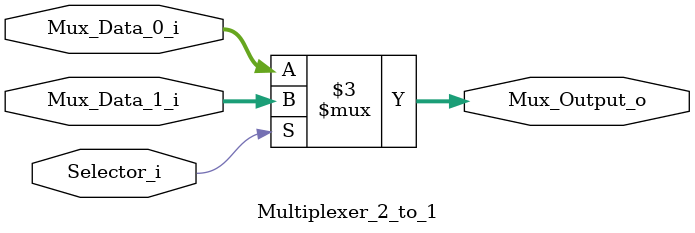
<source format=v>
/******************************************************************
* Description
*	This is a 2 to 1 multiplexer that can be parameterized in its bit-width.
*	1.0
* Author:
*	Dr. José Luis Pizano Escalante
* email:
*	luispizano@iteso.mx
* Date:
*	16/08/2021
*
* Modified by:
*	IS727550 - Diaz Aguayo; IS727272 - Cordero Hernandez
******************************************************************/

module Multiplexer_2_to_1
#(
	parameter NBits = 32
)
(
	input Selector_i,
	input [NBits-1:0] Mux_Data_0_i,
	input [NBits-1:0] Mux_Data_1_i,
	
	output reg [NBits-1:0] Mux_Output_o

);

	always@(Selector_i ,Mux_Data_1_i ,Mux_Data_0_i) begin
		if(Selector_i)
			Mux_Output_o = Mux_Data_1_i;
		else
			Mux_Output_o = Mux_Data_0_i;
	end

endmodule
</source>
